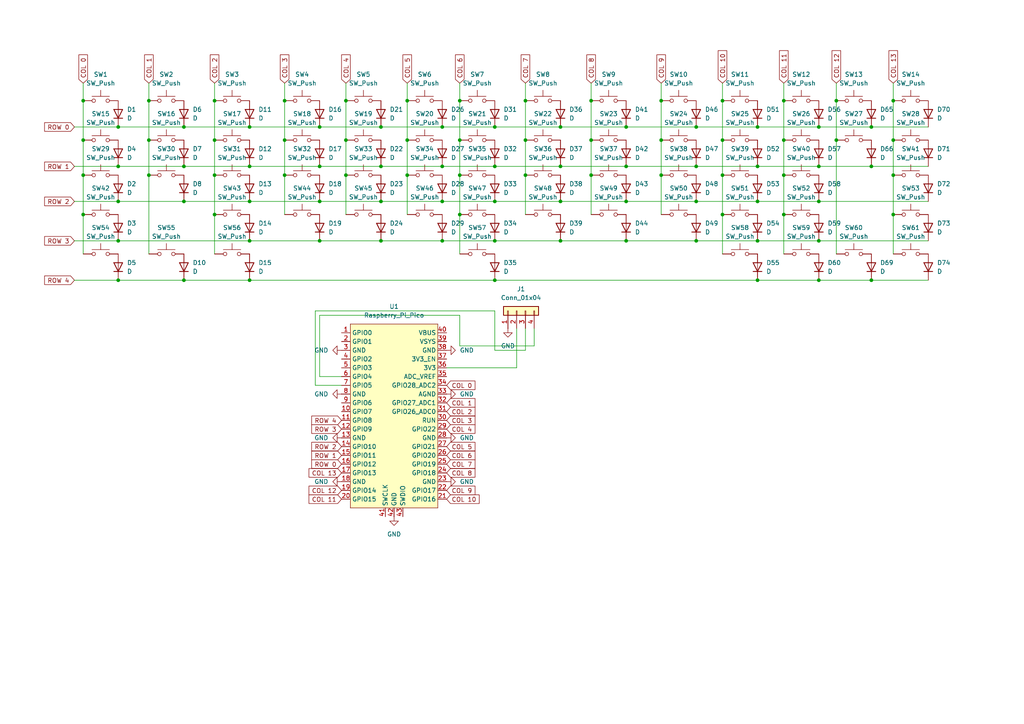
<source format=kicad_sch>
(kicad_sch (version 20250114) (generator "eeschema") (generator_version "9.0")
  (paper "A4")
  (junction (at 34.29 48.26))
  (junction (at 252.73 81.28))
  (junction (at 259.08 40.64))
  (junction (at 43.18 50.8))
  (junction (at 219.71 69.85))
  (junction (at 152.4 29.21))
  (junction (at 227.33 62.23))
  (junction (at 128.27 48.26))
  (junction (at 43.18 29.21))
  (junction (at 53.34 36.83))
  (junction (at 34.29 58.42))
  (junction (at 128.27 69.85))
  (junction (at 92.71 36.83))
  (junction (at 259.08 29.21))
  (junction (at 209.55 40.64))
  (junction (at 237.49 81.28))
  (junction (at 72.39 81.28))
  (junction (at 62.23 29.21))
  (junction (at 171.45 40.64))
  (junction (at 201.93 58.42))
  (junction (at 171.45 29.21))
  (junction (at 191.77 29.21))
  (junction (at 34.29 81.28))
  (junction (at 62.23 62.23))
  (junction (at 53.34 81.28))
  (junction (at 118.11 50.8))
  (junction (at 259.08 50.8))
  (junction (at 237.49 69.85))
  (junction (at 110.49 58.42))
  (junction (at 53.34 48.26))
  (junction (at 219.71 48.26))
  (junction (at 219.71 58.42))
  (junction (at 24.13 62.23))
  (junction (at 133.35 40.64))
  (junction (at 143.51 69.85))
  (junction (at 72.39 36.83))
  (junction (at 181.61 69.85))
  (junction (at 209.55 29.21))
  (junction (at 110.49 69.85))
  (junction (at 118.11 29.21))
  (junction (at 72.39 69.85))
  (junction (at 242.57 29.21))
  (junction (at 219.71 36.83))
  (junction (at 162.56 48.26))
  (junction (at 133.35 29.21))
  (junction (at 201.93 69.85))
  (junction (at 181.61 36.83))
  (junction (at 62.23 40.64))
  (junction (at 143.51 58.42))
  (junction (at 110.49 48.26))
  (junction (at 171.45 50.8))
  (junction (at 237.49 58.42))
  (junction (at 128.27 36.83))
  (junction (at 152.4 50.8))
  (junction (at 72.39 48.26))
  (junction (at 143.51 48.26))
  (junction (at 162.56 58.42))
  (junction (at 191.77 40.64))
  (junction (at 133.35 62.23))
  (junction (at 128.27 58.42))
  (junction (at 209.55 62.23))
  (junction (at 201.93 36.83))
  (junction (at 100.33 29.21))
  (junction (at 110.49 36.83))
  (junction (at 181.61 58.42))
  (junction (at 24.13 40.64))
  (junction (at 209.55 50.8))
  (junction (at 191.77 50.8))
  (junction (at 82.55 50.8))
  (junction (at 43.18 40.64))
  (junction (at 162.56 69.85))
  (junction (at 118.11 40.64))
  (junction (at 100.33 50.8))
  (junction (at 133.35 50.8))
  (junction (at 227.33 50.8))
  (junction (at 34.29 36.83))
  (junction (at 237.49 36.83))
  (junction (at 181.61 48.26))
  (junction (at 82.55 29.21))
  (junction (at 92.71 69.85))
  (junction (at 252.73 48.26))
  (junction (at 72.39 58.42))
  (junction (at 34.29 69.85))
  (junction (at 92.71 48.26))
  (junction (at 24.13 29.21))
  (junction (at 62.23 50.8))
  (junction (at 162.56 36.83))
  (junction (at 252.73 36.83))
  (junction (at 152.4 40.64))
  (junction (at 100.33 40.64))
  (junction (at 259.08 62.23))
  (junction (at 242.57 40.64))
  (junction (at 143.51 36.83))
  (junction (at 237.49 48.26))
  (junction (at 227.33 29.21))
  (junction (at 53.34 58.42))
  (junction (at 143.51 81.28))
  (junction (at 201.93 48.26))
  (junction (at 92.71 58.42))
  (junction (at 219.71 81.28))
  (junction (at 82.55 40.64))
  (junction (at 227.33 40.64))
  (junction (at 24.13 50.8))
  (wire (pts (xy 162.56 48.26) (xy 181.61 48.26)))
  (wire (pts (xy 92.71 58.42) (xy 110.49 58.42)))
  (wire (pts (xy 209.55 29.21) (xy 209.55 40.64)))
  (wire (pts (xy 227.33 40.64) (xy 227.33 50.8)))
  (wire (pts (xy 227.33 24.13) (xy 227.33 29.21)))
  (wire (pts (xy 237.49 36.83) (xy 252.73 36.83)))
  (wire (pts (xy 252.73 36.83) (xy 269.24 36.83)))
  (wire (pts (xy 133.35 50.8) (xy 133.35 62.23)))
  (wire (pts (xy 128.27 69.85) (xy 143.51 69.85)))
  (wire (pts (xy 242.57 24.13) (xy 242.57 29.21)))
  (wire (pts (xy 82.55 24.13) (xy 82.55 29.21)))
  (wire (pts (xy 62.23 24.13) (xy 62.23 29.21)))
  (wire (pts (xy 209.55 50.8) (xy 209.55 62.23)))
  (wire (pts (xy 100.33 29.21) (xy 100.33 40.64)))
  (wire (pts (xy 92.71 36.83) (xy 110.49 36.83)))
  (wire (pts (xy 92.71 91.44) (xy 92.71 109.22)))
  (wire (pts (xy 259.08 50.8) (xy 259.08 62.23)))
  (wire (pts (xy 237.49 48.26) (xy 252.73 48.26)))
  (wire (pts (xy 34.29 48.26) (xy 53.34 48.26)))
  (wire (pts (xy 34.29 36.83) (xy 53.34 36.83)))
  (wire (pts (xy 24.13 29.21) (xy 24.13 40.64)))
  (wire (pts (xy 201.93 48.26) (xy 219.71 48.26)))
  (wire (pts (xy 171.45 24.13) (xy 171.45 29.21)))
  (wire (pts (xy 201.93 36.83) (xy 219.71 36.83)))
  (wire (pts (xy 62.23 40.64) (xy 62.23 50.8)))
  (wire (pts (xy 149.86 95.25) (xy 149.86 106.68)))
  (wire (pts (xy 227.33 29.21) (xy 227.33 40.64)))
  (wire (pts (xy 118.11 40.64) (xy 118.11 50.8)))
  (wire (pts (xy 237.49 58.42) (xy 269.24 58.42)))
  (wire (pts (xy 191.77 29.21) (xy 191.77 40.64)))
  (wire (pts (xy 43.18 50.8) (xy 43.18 73.66)))
  (wire (pts (xy 21.59 58.42) (xy 34.29 58.42)))
  (wire (pts (xy 92.71 69.85) (xy 110.49 69.85)))
  (wire (pts (xy 181.61 69.85) (xy 201.93 69.85)))
  (wire (pts (xy 110.49 36.83) (xy 128.27 36.83)))
  (wire (pts (xy 181.61 58.42) (xy 201.93 58.42)))
  (wire (pts (xy 191.77 50.8) (xy 191.77 62.23)))
  (wire (pts (xy 181.61 36.83) (xy 201.93 36.83)))
  (wire (pts (xy 72.39 36.83) (xy 92.71 36.83)))
  (wire (pts (xy 133.35 24.13) (xy 133.35 29.21)))
  (wire (pts (xy 162.56 69.85) (xy 181.61 69.85)))
  (wire (pts (xy 118.11 29.21) (xy 118.11 40.64)))
  (wire (pts (xy 143.51 36.83) (xy 162.56 36.83)))
  (wire (pts (xy 191.77 24.13) (xy 191.77 29.21)))
  (wire (pts (xy 259.08 24.13) (xy 259.08 29.21)))
  (wire (pts (xy 24.13 50.8) (xy 24.13 62.23)))
  (wire (pts (xy 21.59 36.83) (xy 34.29 36.83)))
  (wire (pts (xy 133.35 62.23) (xy 133.35 73.66)))
  (wire (pts (xy 154.94 95.25) (xy 154.94 100.33)))
  (wire (pts (xy 152.4 29.21) (xy 152.4 40.64)))
  (wire (pts (xy 242.57 29.21) (xy 242.57 40.64)))
  (wire (pts (xy 209.55 62.23) (xy 209.55 73.66)))
  (wire (pts (xy 252.73 48.26) (xy 269.24 48.26)))
  (wire (pts (xy 72.39 81.28) (xy 143.51 81.28)))
  (wire (pts (xy 53.34 81.28) (xy 72.39 81.28)))
  (wire (pts (xy 43.18 40.64) (xy 43.18 50.8)))
  (wire (pts (xy 62.23 50.8) (xy 62.23 62.23)))
  (wire (pts (xy 82.55 50.8) (xy 82.55 62.23)))
  (wire (pts (xy 72.39 58.42) (xy 92.71 58.42)))
  (wire (pts (xy 219.71 58.42) (xy 237.49 58.42)))
  (wire (pts (xy 227.33 62.23) (xy 227.33 73.66)))
  (wire (pts (xy 72.39 48.26) (xy 92.71 48.26)))
  (wire (pts (xy 82.55 29.21) (xy 82.55 40.64)))
  (wire (pts (xy 53.34 36.83) (xy 72.39 36.83)))
  (wire (pts (xy 34.29 81.28) (xy 53.34 81.28)))
  (wire (pts (xy 62.23 62.23) (xy 62.23 73.66)))
  (wire (pts (xy 219.71 36.83) (xy 237.49 36.83)))
  (wire (pts (xy 92.71 48.26) (xy 110.49 48.26)))
  (wire (pts (xy 219.71 69.85) (xy 237.49 69.85)))
  (wire (pts (xy 110.49 58.42) (xy 128.27 58.42)))
  (wire (pts (xy 21.59 81.28) (xy 34.29 81.28)))
  (wire (pts (xy 171.45 29.21) (xy 171.45 40.64)))
  (wire (pts (xy 143.51 48.26) (xy 162.56 48.26)))
  (wire (pts (xy 128.27 48.26) (xy 143.51 48.26)))
  (wire (pts (xy 110.49 69.85) (xy 128.27 69.85)))
  (wire (pts (xy 118.11 24.13) (xy 118.11 29.21)))
  (wire (pts (xy 43.18 29.21) (xy 43.18 40.64)))
  (wire (pts (xy 237.49 69.85) (xy 269.24 69.85)))
  (wire (pts (xy 128.27 36.83) (xy 143.51 36.83)))
  (wire (pts (xy 219.71 48.26) (xy 237.49 48.26)))
  (wire (pts (xy 21.59 48.26) (xy 34.29 48.26)))
  (wire (pts (xy 133.35 100.33) (xy 133.35 91.44)))
  (wire (pts (xy 143.51 101.6) (xy 152.4 101.6)))
  (wire (pts (xy 110.49 48.26) (xy 128.27 48.26)))
  (wire (pts (xy 143.51 81.28) (xy 219.71 81.28)))
  (wire (pts (xy 34.29 69.85) (xy 72.39 69.85)))
  (wire (pts (xy 72.39 69.85) (xy 92.71 69.85)))
  (wire (pts (xy 259.08 62.23) (xy 259.08 73.66)))
  (wire (pts (xy 259.08 40.64) (xy 259.08 50.8)))
  (wire (pts (xy 259.08 29.21) (xy 259.08 40.64)))
  (wire (pts (xy 237.49 81.28) (xy 252.73 81.28)))
  (wire (pts (xy 181.61 48.26) (xy 201.93 48.26)))
  (wire (pts (xy 152.4 40.64) (xy 152.4 50.8)))
  (wire (pts (xy 252.73 81.28) (xy 269.24 81.28)))
  (wire (pts (xy 191.77 40.64) (xy 191.77 50.8)))
  (wire (pts (xy 128.27 58.42) (xy 143.51 58.42)))
  (wire (pts (xy 143.51 58.42) (xy 162.56 58.42)))
  (wire (pts (xy 154.94 100.33) (xy 133.35 100.33)))
  (wire (pts (xy 242.57 40.64) (xy 242.57 73.66)))
  (wire (pts (xy 62.23 29.21) (xy 62.23 40.64)))
  (wire (pts (xy 171.45 40.64) (xy 171.45 50.8)))
  (wire (pts (xy 171.45 50.8) (xy 171.45 62.23)))
  (wire (pts (xy 209.55 24.13) (xy 209.55 29.21)))
  (wire (pts (xy 100.33 40.64) (xy 100.33 50.8)))
  (wire (pts (xy 100.33 50.8) (xy 100.33 62.23)))
  (wire (pts (xy 21.59 69.85) (xy 34.29 69.85)))
  (wire (pts (xy 24.13 24.13) (xy 24.13 29.21)))
  (wire (pts (xy 82.55 40.64) (xy 82.55 50.8)))
  (wire (pts (xy 34.29 58.42) (xy 53.34 58.42)))
  (wire (pts (xy 162.56 36.83) (xy 181.61 36.83)))
  (wire (pts (xy 53.34 58.42) (xy 72.39 58.42)))
  (wire (pts (xy 24.13 40.64) (xy 24.13 50.8)))
  (wire (pts (xy 91.44 90.17) (xy 143.51 90.17)))
  (wire (pts (xy 53.34 48.26) (xy 72.39 48.26)))
  (wire (pts (xy 162.56 58.42) (xy 181.61 58.42)))
  (wire (pts (xy 91.44 111.76) (xy 91.44 90.17)))
  (wire (pts (xy 209.55 40.64) (xy 209.55 50.8)))
  (wire (pts (xy 43.18 24.13) (xy 43.18 29.21)))
  (wire (pts (xy 152.4 101.6) (xy 152.4 95.25)))
  (wire (pts (xy 143.51 69.85) (xy 162.56 69.85)))
  (wire (pts (xy 143.51 90.17) (xy 143.51 101.6)))
  (wire (pts (xy 152.4 50.8) (xy 152.4 62.23)))
  (wire (pts (xy 152.4 24.13) (xy 152.4 29.21)))
  (wire (pts (xy 133.35 91.44) (xy 92.71 91.44)))
  (wire (pts (xy 133.35 40.64) (xy 133.35 50.8)))
  (wire (pts (xy 133.35 29.21) (xy 133.35 40.64)))
  (wire (pts (xy 99.06 111.76) (xy 91.44 111.76)))
  (wire (pts (xy 24.13 62.23) (xy 24.13 73.66)))
  (wire (pts (xy 201.93 58.42) (xy 219.71 58.42)))
  (wire (pts (xy 118.11 50.8) (xy 118.11 62.23)))
  (wire (pts (xy 227.33 50.8) (xy 227.33 62.23)))
  (wire (pts (xy 92.71 109.22) (xy 99.06 109.22)))
  (wire (pts (xy 201.93 69.85) (xy 219.71 69.85)))
  (wire (pts (xy 149.86 106.68) (xy 129.54 106.68)))
  (wire (pts (xy 100.33 24.13) (xy 100.33 29.21)))
  (wire (pts (xy 219.71 81.28) (xy 237.49 81.28)))
  (global_label "COL 7" (shape input) (at 152.4 24.13 90) (property "Intersheetrefs" "${INTERSHEET_REFS}" (effects (hide yes))))
  (global_label "ROW 1" (shape input) (at 21.59 48.26 180) (property "Intersheetrefs" "${INTERSHEET_REFS}" (effects (hide yes))))
  (global_label "COL 9" (shape input) (at 129.54 142.24 0) (property "Intersheetrefs" "${INTERSHEET_REFS}" (effects (hide yes))))
  (global_label "COL 4" (shape input) (at 129.54 124.46 0) (property "Intersheetrefs" "${INTERSHEET_REFS}" (effects (hide yes))))
  (global_label "COL 13" (shape input) (at 99.06 137.16 180) (property "Intersheetrefs" "${INTERSHEET_REFS}" (effects (hide yes))))
  (global_label "ROW 4" (shape input) (at 21.59 81.28 180) (property "Intersheetrefs" "${INTERSHEET_REFS}" (effects (hide yes))))
  (global_label "ROW 4" (shape input) (at 99.06 121.92 180) (property "Intersheetrefs" "${INTERSHEET_REFS}" (effects (hide yes))))
  (global_label "COL 3" (shape input) (at 129.54 121.92 0) (property "Intersheetrefs" "${INTERSHEET_REFS}" (effects (hide yes))))
  (global_label "COL 2" (shape input) (at 129.54 119.38 0) (property "Intersheetrefs" "${INTERSHEET_REFS}" (effects (hide yes))))
  (global_label "COL 0" (shape input) (at 24.13 24.13 90) (property "Intersheetrefs" "${INTERSHEET_REFS}" (effects (hide yes))))
  (global_label "COL 10" (shape input) (at 209.55 24.13 90) (property "Intersheetrefs" "${INTERSHEET_REFS}" (effects (hide yes))))
  (global_label "COL 13" (shape input) (at 259.08 24.13 90) (property "Intersheetrefs" "${INTERSHEET_REFS}" (effects (hide yes))))
  (global_label "COL 11" (shape input) (at 99.06 144.78 180) (property "Intersheetrefs" "${INTERSHEET_REFS}" (effects (hide yes))))
  (global_label "COL 11" (shape input) (at 227.33 24.13 90) (property "Intersheetrefs" "${INTERSHEET_REFS}" (effects (hide yes))))
  (global_label "COL 1" (shape input) (at 43.18 24.13 90) (property "Intersheetrefs" "${INTERSHEET_REFS}" (effects (hide yes))))
  (global_label "COL 12" (shape input) (at 242.57 24.13 90) (property "Intersheetrefs" "${INTERSHEET_REFS}" (effects (hide yes))))
  (global_label "COL 6" (shape input) (at 129.54 132.08 0) (property "Intersheetrefs" "${INTERSHEET_REFS}" (effects (hide yes))))
  (global_label "COL 9" (shape input) (at 191.77 24.13 90) (property "Intersheetrefs" "${INTERSHEET_REFS}" (effects (hide yes))))
  (global_label "COL 12" (shape input) (at 99.06 142.24 180) (property "Intersheetrefs" "${INTERSHEET_REFS}" (effects (hide yes))))
  (global_label "COL 7" (shape input) (at 129.54 134.62 0) (property "Intersheetrefs" "${INTERSHEET_REFS}" (effects (hide yes))))
  (global_label "ROW 1" (shape input) (at 99.06 132.08 180) (property "Intersheetrefs" "${INTERSHEET_REFS}" (effects (hide yes))))
  (global_label "COL 5" (shape input) (at 129.54 129.54 0) (property "Intersheetrefs" "${INTERSHEET_REFS}" (effects (hide yes))))
  (global_label "COL 2" (shape input) (at 62.23 24.13 90) (property "Intersheetrefs" "${INTERSHEET_REFS}" (effects (hide yes))))
  (global_label "COL 5" (shape input) (at 118.11 24.13 90) (property "Intersheetrefs" "${INTERSHEET_REFS}" (effects (hide yes))))
  (global_label "ROW 2" (shape input) (at 21.59 58.42 180) (property "Intersheetrefs" "${INTERSHEET_REFS}" (effects (hide yes))))
  (global_label "COL 3" (shape input) (at 82.55 24.13 90) (property "Intersheetrefs" "${INTERSHEET_REFS}" (effects (hide yes))))
  (global_label "ROW 0" (shape input) (at 99.06 134.62 180) (property "Intersheetrefs" "${INTERSHEET_REFS}" (effects (hide yes))))
  (global_label "COL 10" (shape input) (at 129.54 144.78 0) (property "Intersheetrefs" "${INTERSHEET_REFS}" (effects (hide yes))))
  (global_label "COL 8" (shape input) (at 171.45 24.13 90) (property "Intersheetrefs" "${INTERSHEET_REFS}" (effects (hide yes))))
  (global_label "ROW 3" (shape input) (at 21.59 69.85 180) (property "Intersheetrefs" "${INTERSHEET_REFS}" (effects (hide yes))))
  (global_label "COL 0" (shape input) (at 129.54 111.76 0) (property "Intersheetrefs" "${INTERSHEET_REFS}" (effects (hide yes))))
  (global_label "COL 6" (shape input) (at 133.35 24.13 90) (property "Intersheetrefs" "${INTERSHEET_REFS}" (effects (hide yes))))
  (global_label "COL 4" (shape input) (at 100.33 24.13 90) (property "Intersheetrefs" "${INTERSHEET_REFS}" (effects (hide yes))))
  (global_label "COL 1" (shape input) (at 129.54 116.84 0) (property "Intersheetrefs" "${INTERSHEET_REFS}" (effects (hide yes))))
  (global_label "ROW 2" (shape input) (at 99.06 129.54 180) (property "Intersheetrefs" "${INTERSHEET_REFS}" (effects (hide yes))))
  (global_label "ROW 3" (shape input) (at 99.06 124.46 180) (property "Intersheetrefs" "${INTERSHEET_REFS}" (effects (hide yes))))
  (global_label "COL 8" (shape input) (at 129.54 137.16 0) (property "Intersheetrefs" "${INTERSHEET_REFS}" (effects (hide yes))))
  (global_label "ROW 0" (shape input) (at 21.59 36.83 180) (property "Intersheetrefs" "${INTERSHEET_REFS}" (effects (hide yes))))
  (symbol (lib_id "Device:D") (at 269.24 54.61 90) (unit 1)
    (property "Reference" "D72" (at 271.78 53.3399 90) (effects (justify right)))
    (property "Value" "D" (at 271.78 55.8799 90) (effects (justify right)))
    (property "Footprint" "ScottoKeebs_Components:Diode_DO-35" (effects (hide yes)))
    (property "Description" "Diode" (effects (hide yes)))
    (property "Sim.Device" "D" (effects (hide yes)))
    (property "Sim.Pins" "1=K 2=A" (effects (hide yes)))
  )
  (symbol (lib_id "Switch:SW_Push") (at 123.19 62.23 0) (unit 1)
    (property "Reference" "SW46" (at 123.19 54.61 0))
    (property "Value" "SW_Push" (at 123.19 57.15 0))
    (property "Footprint" "ScottoKeebs_Scotto:MX_Solder_1.00u" (effects (hide yes)))
    (property "Description" "Push button switch, generic, two pins" (effects (hide yes)))
  )
  (symbol (lib_id "Switch:SW_Push") (at 176.53 40.64 0) (unit 1)
    (property "Reference" "SW23" (at 176.53 33.02 0))
    (property "Value" "SW_Push" (at 176.53 35.56 0))
    (property "Footprint" "ScottoKeebs_Scotto:MX_Solder_1.00u" (effects (hide yes)))
    (property "Description" "Push button switch, generic, two pins" (effects (hide yes)))
  )
  (symbol (lib_id "Switch:SW_Push") (at 67.31 73.66 0) (unit 1)
    (property "Reference" "SW56" (at 67.31 66.04 0))
    (property "Value" "SW_Push" (at 67.31 68.58 0))
    (property "Footprint" "ScottoKeebs_Scotto:MX_Solder_1.00u" (effects (hide yes)))
    (property "Description" "Push button switch, generic, two pins" (effects (hide yes)))
  )
  (symbol (lib_id "power:GND") (at 129.54 101.6 90) (unit 1)
    (property "Reference" "#PWR08" (effects (hide yes)))
    (property "Value" "GND" (at 133.35 101.5999 90) (effects (justify right)))
    (property "Description" "Power symbol creates a global label with name \"GND\" , ground" (effects (hide yes)))
  )
  (symbol (lib_id "Switch:SW_Push") (at 264.16 29.21 0) (unit 1)
    (property "Reference" "SW14" (at 264.16 21.59 0))
    (property "Value" "SW_Push" (at 264.16 24.13 0))
    (property "Footprint" "ScottoKeebs_Scotto:MX_Solder_1.00u" (effects (hide yes)))
    (property "Description" "Push button switch, generic, two pins" (effects (hide yes)))
  )
  (symbol (lib_id "Device:D") (at 34.29 77.47 90) (unit 1)
    (property "Reference" "D5" (at 36.83 76.1999 90) (effects (justify right)))
    (property "Value" "D" (at 36.83 78.7399 90) (effects (justify right)))
    (property "Footprint" "ScottoKeebs_Components:Diode_DO-35" (effects (hide yes)))
    (property "Description" "Diode" (effects (hide yes)))
    (property "Sim.Device" "D" (effects (hide yes)))
    (property "Sim.Pins" "1=K 2=A" (effects (hide yes)))
  )
  (symbol (lib_id "power:GND") (at 129.54 139.7 90) (unit 1)
    (property "Reference" "#PWR06" (effects (hide yes)))
    (property "Value" "GND" (at 133.35 139.6999 90) (effects (justify right)))
    (property "Description" "Power symbol creates a global label with name \"GND\" , ground" (effects (hide yes)))
  )
  (symbol (lib_id "Switch:SW_Push") (at 138.43 50.8 0) (unit 1)
    (property "Reference" "SW35" (at 138.43 43.18 0))
    (property "Value" "SW_Push" (at 138.43 45.72 0))
    (property "Footprint" "ScottoKeebs_Scotto:MX_Solder_1.00u" (effects (hide yes)))
    (property "Description" "Push button switch, generic, two pins" (effects (hide yes)))
  )
  (symbol (lib_id "Switch:SW_Push") (at 157.48 62.23 0) (unit 1)
    (property "Reference" "SW48" (at 157.48 54.61 0))
    (property "Value" "SW_Push" (at 157.48 57.15 0))
    (property "Footprint" "ScottoKeebs_Scotto:MX_Solder_1.00u" (effects (hide yes)))
    (property "Description" "Push button switch, generic, two pins" (effects (hide yes)))
  )
  (symbol (lib_id "Device:D") (at 269.24 66.04 90) (unit 1)
    (property "Reference" "D73" (at 271.78 64.7699 90) (effects (justify right)))
    (property "Value" "D" (at 271.78 67.3099 90) (effects (justify right)))
    (property "Footprint" "ScottoKeebs_Components:Diode_DO-35" (effects (hide yes)))
    (property "Description" "Diode" (effects (hide yes)))
    (property "Sim.Device" "D" (effects (hide yes)))
    (property "Sim.Pins" "1=K 2=A" (effects (hide yes)))
  )
  (symbol (lib_id "Device:D") (at 219.71 77.47 90) (unit 1)
    (property "Reference" "D55" (at 222.25 76.1999 90) (effects (justify right)))
    (property "Value" "D" (at 222.25 78.7399 90) (effects (justify right)))
    (property "Footprint" "ScottoKeebs_Components:Diode_DO-35" (effects (hide yes)))
    (property "Description" "Diode" (effects (hide yes)))
    (property "Sim.Device" "D" (effects (hide yes)))
    (property "Sim.Pins" "1=K 2=A" (effects (hide yes)))
  )
  (symbol (lib_id "Switch:SW_Push") (at 264.16 73.66 0) (unit 1)
    (property "Reference" "SW61" (at 264.16 66.04 0))
    (property "Value" "SW_Push" (at 264.16 68.58 0))
    (property "Footprint" "ScottoKeebs_Scotto:MX_Solder_1.00u" (effects (hide yes)))
    (property "Description" "Push button switch, generic, two pins" (effects (hide yes)))
  )
  (symbol (lib_id "Switch:SW_Push") (at 138.43 29.21 0) (unit 1)
    (property "Reference" "SW7" (at 138.43 21.59 0))
    (property "Value" "SW_Push" (at 138.43 24.13 0))
    (property "Footprint" "ScottoKeebs_Scotto:MX_Solder_1.00u" (effects (hide yes)))
    (property "Description" "Push button switch, generic, two pins" (effects (hide yes)))
  )
  (symbol (lib_id "Device:D") (at 53.34 54.61 90) (unit 1)
    (property "Reference" "D8" (at 55.88 53.3399 90) (effects (justify right)))
    (property "Value" "D" (at 55.88 55.8799 90) (effects (justify right)))
    (property "Footprint" "ScottoKeebs_Components:Diode_DO-35" (effects (hide yes)))
    (property "Description" "Diode" (effects (hide yes)))
    (property "Sim.Device" "D" (effects (hide yes)))
    (property "Sim.Pins" "1=K 2=A" (effects (hide yes)))
  )
  (symbol (lib_id "Switch:SW_Push") (at 29.21 73.66 0) (unit 1)
    (property "Reference" "SW54" (at 29.21 66.04 0))
    (property "Value" "SW_Push" (at 29.21 68.58 0))
    (property "Footprint" "ScottoKeebs_Scotto:MX_Solder_1.00u" (effects (hide yes)))
    (property "Description" "Push button switch, generic, two pins" (effects (hide yes)))
  )
  (symbol (lib_id "Device:D") (at 53.34 33.02 90) (unit 1)
    (property "Reference" "D6" (at 55.88 31.7499 90) (effects (justify right)))
    (property "Value" "D" (at 55.88 34.2899 90) (effects (justify right)))
    (property "Footprint" "ScottoKeebs_Components:Diode_DO-35" (effects (hide yes)))
    (property "Description" "Diode" (effects (hide yes)))
    (property "Sim.Device" "D" (effects (hide yes)))
    (property "Sim.Pins" "1=K 2=A" (effects (hide yes)))
  )
  (symbol (lib_id "Switch:SW_Push") (at 123.19 29.21 0) (unit 1)
    (property "Reference" "SW6" (at 123.19 21.59 0))
    (property "Value" "SW_Push" (at 123.19 24.13 0))
    (property "Footprint" "ScottoKeebs_Scotto:MX_Solder_1.00u" (effects (hide yes)))
    (property "Description" "Push button switch, generic, two pins" (effects (hide yes)))
  )
  (symbol (lib_id "Device:D") (at 201.93 54.61 90) (unit 1)
    (property "Reference" "D48" (at 204.47 53.3399 90) (effects (justify right)))
    (property "Value" "D" (at 204.47 55.8799 90) (effects (justify right)))
    (property "Footprint" "ScottoKeebs_Components:Diode_DO-35" (effects (hide yes)))
    (property "Description" "Diode" (effects (hide yes)))
    (property "Sim.Device" "D" (effects (hide yes)))
    (property "Sim.Pins" "1=K 2=A" (effects (hide yes)))
  )
  (symbol (lib_id "Switch:SW_Push") (at 123.19 40.64 0) (unit 1)
    (property "Reference" "SW20" (at 123.19 33.02 0))
    (property "Value" "SW_Push" (at 123.19 35.56 0))
    (property "Footprint" "ScottoKeebs_Scotto:MX_Solder_1.00u" (effects (hide yes)))
    (property "Description" "Push button switch, generic, two pins" (effects (hide yes)))
  )
  (symbol (lib_id "Switch:SW_Push") (at 29.21 50.8 0) (unit 1)
    (property "Reference" "SW29" (at 29.21 43.18 0))
    (property "Value" "SW_Push" (at 29.21 45.72 0))
    (property "Footprint" "ScottoKeebs_Scotto:MX_Solder_1.00u" (effects (hide yes)))
    (property "Description" "Push button switch, generic, two pins" (effects (hide yes)))
  )
  (symbol (lib_id "Device:D") (at 143.51 54.61 90) (unit 1)
    (property "Reference" "D33" (at 146.05 53.3399 90) (effects (justify right)))
    (property "Value" "D" (at 146.05 55.8799 90) (effects (justify right)))
    (property "Footprint" "ScottoKeebs_Components:Diode_DO-35" (effects (hide yes)))
    (property "Description" "Diode" (effects (hide yes)))
    (property "Sim.Device" "D" (effects (hide yes)))
    (property "Sim.Pins" "1=K 2=A" (effects (hide yes)))
  )
  (symbol (lib_id "Device:D") (at 269.24 33.02 90) (unit 1)
    (property "Reference" "D70" (at 271.78 31.7499 90) (effects (justify right)))
    (property "Value" "D" (at 271.78 34.2899 90) (effects (justify right)))
    (property "Footprint" "ScottoKeebs_Components:Diode_DO-35" (effects (hide yes)))
    (property "Description" "Diode" (effects (hide yes)))
    (property "Sim.Device" "D" (effects (hide yes)))
    (property "Sim.Pins" "1=K 2=A" (effects (hide yes)))
  )
  (symbol (lib_id "Device:D") (at 128.27 54.61 90) (unit 1)
    (property "Reference" "D28" (at 130.81 53.3399 90) (effects (justify right)))
    (property "Value" "D" (at 130.81 55.8799 90) (effects (justify right)))
    (property "Footprint" "ScottoKeebs_Components:Diode_DO-35" (effects (hide yes)))
    (property "Description" "Diode" (effects (hide yes)))
    (property "Sim.Device" "D" (effects (hide yes)))
    (property "Sim.Pins" "1=K 2=A" (effects (hide yes)))
  )
  (symbol (lib_id "Switch:SW_Push") (at 232.41 73.66 0) (unit 1)
    (property "Reference" "SW59" (at 232.41 66.04 0))
    (property "Value" "SW_Push" (at 232.41 68.58 0))
    (property "Footprint" "ScottoKeebs_Scotto:MX_Solder_1.00u" (effects (hide yes)))
    (property "Description" "Push button switch, generic, two pins" (effects (hide yes)))
  )
  (symbol (lib_id "Device:D") (at 181.61 44.45 90) (unit 1)
    (property "Reference" "D42" (at 184.15 43.1799 90) (effects (justify right)))
    (property "Value" "D" (at 184.15 45.7199 90) (effects (justify right)))
    (property "Footprint" "ScottoKeebs_Components:Diode_DO-35" (effects (hide yes)))
    (property "Description" "Diode" (effects (hide yes)))
    (property "Sim.Device" "D" (effects (hide yes)))
    (property "Sim.Pins" "1=K 2=A" (effects (hide yes)))
  )
  (symbol (lib_id "power:GND") (at 99.06 139.7 270) (unit 1)
    (property "Reference" "#PWR04" (effects (hide yes)))
    (property "Value" "GND" (at 95.25 139.6999 90) (effects (justify right)))
    (property "Description" "Power symbol creates a global label with name \"GND\" , ground" (effects (hide yes)))
  )
  (symbol (lib_id "Device:D") (at 34.29 44.45 90) (unit 1)
    (property "Reference" "D4" (at 36.83 43.1799 90) (effects (justify right)))
    (property "Value" "D" (at 36.83 45.7199 90) (effects (justify right)))
    (property "Footprint" "ScottoKeebs_Components:Diode_DO-35" (effects (hide yes)))
    (property "Description" "Diode" (effects (hide yes)))
    (property "Sim.Device" "D" (effects (hide yes)))
    (property "Sim.Pins" "1=K 2=A" (effects (hide yes)))
  )
  (symbol (lib_id "Device:D") (at 34.29 33.02 90) (unit 1)
    (property "Reference" "D1" (at 36.83 31.7499 90) (effects (justify right)))
    (property "Value" "D" (at 36.83 34.2899 90) (effects (justify right)))
    (property "Footprint" "ScottoKeebs_Components:Diode_DO-35" (effects (hide yes)))
    (property "Description" "Diode" (effects (hide yes)))
    (property "Sim.Device" "D" (effects (hide yes)))
    (property "Sim.Pins" "1=K 2=A" (effects (hide yes)))
  )
  (symbol (lib_id "Switch:SW_Push") (at 232.41 62.23 0) (unit 1)
    (property "Reference" "SW52" (at 232.41 54.61 0))
    (property "Value" "SW_Push" (at 232.41 57.15 0))
    (property "Footprint" "ScottoKeebs_Scotto:MX_Solder_1.00u" (effects (hide yes)))
    (property "Description" "Push button switch, generic, two pins" (effects (hide yes)))
  )
  (symbol (lib_id "Device:D") (at 53.34 44.45 90) (unit 1)
    (property "Reference" "D7" (at 55.88 43.1799 90) (effects (justify right)))
    (property "Value" "D" (at 55.88 45.7199 90) (effects (justify right)))
    (property "Footprint" "ScottoKeebs_Components:Diode_DO-35" (effects (hide yes)))
    (property "Description" "Diode" (effects (hide yes)))
    (property "Sim.Device" "D" (effects (hide yes)))
    (property "Sim.Pins" "1=K 2=A" (effects (hide yes)))
  )
  (symbol (lib_id "Device:D") (at 269.24 77.47 90) (unit 1)
    (property "Reference" "D74" (at 271.78 76.1999 90) (effects (justify right)))
    (property "Value" "D" (at 271.78 78.7399 90) (effects (justify right)))
    (property "Footprint" "ScottoKeebs_Components:Diode_DO-35" (effects (hide yes)))
    (property "Description" "Diode" (effects (hide yes)))
    (property "Sim.Device" "D" (effects (hide yes)))
    (property "Sim.Pins" "1=K 2=A" (effects (hide yes)))
  )
  (symbol (lib_id "Switch:SW_Push") (at 123.19 50.8 0) (unit 1)
    (property "Reference" "SW34" (at 123.19 43.18 0))
    (property "Value" "SW_Push" (at 123.19 45.72 0))
    (property "Footprint" "ScottoKeebs_Scotto:MX_Solder_1.00u" (effects (hide yes)))
    (property "Description" "Push button switch, generic, two pins" (effects (hide yes)))
  )
  (symbol (lib_id "Switch:SW_Push") (at 67.31 29.21 0) (unit 1)
    (property "Reference" "SW3" (at 67.31 21.59 0))
    (property "Value" "SW_Push" (at 67.31 24.13 0))
    (property "Footprint" "ScottoKeebs_Scotto:MX_Solder_1.00u" (effects (hide yes)))
    (property "Description" "Push button switch, generic, two pins" (effects (hide yes)))
  )
  (symbol (lib_id "Switch:SW_Push") (at 176.53 62.23 0) (unit 1)
    (property "Reference" "SW49" (at 176.53 54.61 0))
    (property "Value" "SW_Push" (at 176.53 57.15 0))
    (property "Footprint" "ScottoKeebs_Scotto:MX_Solder_1.00u" (effects (hide yes)))
    (property "Description" "Push button switch, generic, two pins" (effects (hide yes)))
  )
  (symbol (lib_id "Switch:SW_Push") (at 67.31 40.64 0) (unit 1)
    (property "Reference" "SW17" (at 67.31 33.02 0))
    (property "Value" "SW_Push" (at 67.31 35.56 0))
    (property "Footprint" "ScottoKeebs_Scotto:MX_Solder_1.00u" (effects (hide yes)))
    (property "Description" "Push button switch, generic, two pins" (effects (hide yes)))
  )
  (symbol (lib_id "Device:D") (at 237.49 33.02 90) (unit 1)
    (property "Reference" "D56" (at 240.03 31.7499 90) (effects (justify right)))
    (property "Value" "D" (at 240.03 34.2899 90) (effects (justify right)))
    (property "Footprint" "ScottoKeebs_Components:Diode_DO-35" (effects (hide yes)))
    (property "Description" "Diode" (effects (hide yes)))
    (property "Sim.Device" "D" (effects (hide yes)))
    (property "Sim.Pins" "1=K 2=A" (effects (hide yes)))
  )
  (symbol (lib_id "Switch:SW_Push") (at 214.63 29.21 0) (unit 1)
    (property "Reference" "SW11" (at 214.63 21.59 0))
    (property "Value" "SW_Push" (at 214.63 24.13 0))
    (property "Footprint" "ScottoKeebs_Scotto:MX_Solder_1.00u" (effects (hide yes)))
    (property "Description" "Push button switch, generic, two pins" (effects (hide yes)))
  )
  (symbol (lib_id "Switch:SW_Push") (at 105.41 50.8 0) (unit 1)
    (property "Reference" "SW33" (at 105.41 43.18 0))
    (property "Value" "SW_Push" (at 105.41 45.72 0))
    (property "Footprint" "ScottoKeebs_Scotto:MX_Solder_1.00u" (effects (hide yes)))
    (property "Description" "Push button switch, generic, two pins" (effects (hide yes)))
  )
  (symbol (lib_id "Switch:SW_Push") (at 264.16 62.23 0) (unit 1)
    (property "Reference" "SW53" (at 264.16 54.61 0))
    (property "Value" "SW_Push" (at 264.16 57.15 0))
    (property "Footprint" "ScottoKeebs_Scotto:MX_Solder_1.00u" (effects (hide yes)))
    (property "Description" "Push button switch, generic, two pins" (effects (hide yes)))
  )
  (symbol (lib_id "Switch:SW_Push") (at 196.85 62.23 0) (unit 1)
    (property "Reference" "SW50" (at 196.85 54.61 0))
    (property "Value" "SW_Push" (at 196.85 57.15 0))
    (property "Footprint" "ScottoKeebs_Scotto:MX_Solder_1.00u" (effects (hide yes)))
    (property "Description" "Push button switch, generic, two pins" (effects (hide yes)))
  )
  (symbol (lib_id "Device:D") (at 128.27 44.45 90) (unit 1)
    (property "Reference" "D27" (at 130.81 43.1799 90) (effects (justify right)))
    (property "Value" "D" (at 130.81 45.7199 90) (effects (justify right)))
    (property "Footprint" "ScottoKeebs_Components:Diode_DO-35" (effects (hide yes)))
    (property "Description" "Diode" (effects (hide yes)))
    (property "Sim.Device" "D" (effects (hide yes)))
    (property "Sim.Pins" "1=K 2=A" (effects (hide yes)))
  )
  (symbol (lib_id "Switch:SW_Push") (at 196.85 40.64 0) (unit 1)
    (property "Reference" "SW24" (at 196.85 33.02 0))
    (property "Value" "SW_Push" (at 196.85 35.56 0))
    (property "Footprint" "ScottoKeebs_Scotto:MX_Solder_1.00u" (effects (hide yes)))
    (property "Description" "Push button switch, generic, two pins" (effects (hide yes)))
  )
  (symbol (lib_id "Switch:SW_Push") (at 214.63 40.64 0) (unit 1)
    (property "Reference" "SW25" (at 214.63 33.02 0))
    (property "Value" "SW_Push" (at 214.63 35.56 0))
    (property "Footprint" "ScottoKeebs_Scotto:MX_Solder_1.00u" (effects (hide yes)))
    (property "Description" "Push button switch, generic, two pins" (effects (hide yes)))
  )
  (symbol (lib_id "power:GND") (at 147.32 95.25 0) (unit 1)
    (property "Reference" "#PWR010" (effects (hide yes)))
    (property "Value" "GND" (at 147.32 100.33 0))
    (property "Description" "Power symbol creates a global label with name \"GND\" , ground" (effects (hide yes)))
  )
  (symbol (lib_id "power:GND") (at 114.3 149.86 0) (unit 1)
    (property "Reference" "#PWR05" (effects (hide yes)))
    (property "Value" "GND" (at 114.3 154.94 0))
    (property "Description" "Power symbol creates a global label with name \"GND\" , ground" (effects (hide yes)))
  )
  (symbol (lib_id "Device:D") (at 237.49 66.04 90) (unit 1)
    (property "Reference" "D59" (at 240.03 64.7699 90) (effects (justify right)))
    (property "Value" "D" (at 240.03 67.3099 90) (effects (justify right)))
    (property "Footprint" "ScottoKeebs_Components:Diode_DO-35" (effects (hide yes)))
    (property "Description" "Diode" (effects (hide yes)))
    (property "Sim.Device" "D" (effects (hide yes)))
    (property "Sim.Pins" "1=K 2=A" (effects (hide yes)))
  )
  (symbol (lib_id "Device:D") (at 143.51 77.47 90) (unit 1)
    (property "Reference" "D35" (at 146.05 76.1999 90) (effects (justify right)))
    (property "Value" "D" (at 146.05 78.7399 90) (effects (justify right)))
    (property "Footprint" "ScottoKeebs_Components:Diode_DO-35" (effects (hide yes)))
    (property "Description" "Diode" (effects (hide yes)))
    (property "Sim.Device" "D" (effects (hide yes)))
    (property "Sim.Pins" "1=K 2=A" (effects (hide yes)))
  )
  (symbol (lib_id "Switch:SW_Push") (at 247.65 73.66 0) (unit 1)
    (property "Reference" "SW60" (at 247.65 66.04 0))
    (property "Value" "SW_Push" (at 247.65 68.58 0))
    (property "Footprint" "ScottoKeebs_Scotto:MX_Solder_1.00u" (effects (hide yes)))
    (property "Description" "Push button switch, generic, two pins" (effects (hide yes)))
  )
  (symbol (lib_id "Switch:SW_Push") (at 87.63 62.23 0) (unit 1)
    (property "Reference" "SW44" (at 87.63 54.61 0))
    (property "Value" "SW_Push" (at 87.63 57.15 0))
    (property "Footprint" "ScottoKeebs_Scotto:MX_Solder_1.00u" (effects (hide yes)))
    (property "Description" "Push button switch, generic, two pins" (effects (hide yes)))
  )
  (symbol (lib_id "Device:D") (at 219.71 54.61 90) (unit 1)
    (property "Reference" "D53" (at 222.25 53.3399 90) (effects (justify right)))
    (property "Value" "D" (at 222.25 55.8799 90) (effects (justify right)))
    (property "Footprint" "ScottoKeebs_Components:Diode_DO-35" (effects (hide yes)))
    (property "Description" "Diode" (effects (hide yes)))
    (property "Sim.Device" "D" (effects (hide yes)))
    (property "Sim.Pins" "1=K 2=A" (effects (hide yes)))
  )
  (symbol (lib_id "Switch:SW_Push") (at 67.31 62.23 0) (unit 1)
    (property "Reference" "SW43" (at 67.31 54.61 0))
    (property "Value" "SW_Push" (at 67.31 57.15 0))
    (property "Footprint" "ScottoKeebs_Scotto:MX_Solder_1.00u" (effects (hide yes)))
    (property "Description" "Push button switch, generic, two pins" (effects (hide yes)))
  )
  (symbol (lib_id "Switch:SW_Push") (at 29.21 40.64 0) (unit 1)
    (property "Reference" "SW15" (at 29.21 33.02 0))
    (property "Value" "SW_Push" (at 29.21 35.56 0))
    (property "Footprint" "ScottoKeebs_Scotto:MX_Solder_1.00u" (effects (hide yes)))
    (property "Description" "Push button switch, generic, two pins" (effects (hide yes)))
  )
  (symbol (lib_id "Switch:SW_Push") (at 87.63 50.8 0) (unit 1)
    (property "Reference" "SW32" (at 87.63 43.18 0))
    (property "Value" "SW_Push" (at 87.63 45.72 0))
    (property "Footprint" "ScottoKeebs_Scotto:MX_Solder_1.00u" (effects (hide yes)))
    (property "Description" "Push button switch, generic, two pins" (effects (hide yes)))
  )
  (symbol (lib_id "Switch:SW_Push") (at 67.31 50.8 0) (unit 1)
    (property "Reference" "SW31" (at 67.31 43.18 0))
    (property "Value" "SW_Push" (at 67.31 45.72 0))
    (property "Footprint" "ScottoKeebs_Scotto:MX_Solder_1.00u" (effects (hide yes)))
    (property "Description" "Push button switch, generic, two pins" (effects (hide yes)))
  )
  (symbol (lib_id "Device:D") (at 201.93 66.04 90) (unit 1)
    (property "Reference" "D49" (at 204.47 64.7699 90) (effects (justify right)))
    (property "Value" "D" (at 204.47 67.3099 90) (effects (justify right)))
    (property "Footprint" "ScottoKeebs_Components:Diode_DO-35" (effects (hide yes)))
    (property "Description" "Diode" (effects (hide yes)))
    (property "Sim.Device" "D" (effects (hide yes)))
    (property "Sim.Pins" "1=K 2=A" (effects (hide yes)))
  )
  (symbol (lib_id "Device:D") (at 92.71 33.02 90) (unit 1)
    (property "Reference" "D16" (at 95.25 31.7499 90) (effects (justify right)))
    (property "Value" "D" (at 95.25 34.2899 90) (effects (justify right)))
    (property "Footprint" "ScottoKeebs_Components:Diode_DO-35" (effects (hide yes)))
    (property "Description" "Diode" (effects (hide yes)))
    (property "Sim.Device" "D" (effects (hide yes)))
    (property "Sim.Pins" "1=K 2=A" (effects (hide yes)))
  )
  (symbol (lib_id "Device:D") (at 237.49 44.45 90) (unit 1)
    (property "Reference" "D57" (at 240.03 43.1799 90) (effects (justify right)))
    (property "Value" "D" (at 240.03 45.7199 90) (effects (justify right)))
    (property "Footprint" "ScottoKeebs_Components:Diode_DO-35" (effects (hide yes)))
    (property "Description" "Diode" (effects (hide yes)))
    (property "Sim.Device" "D" (effects (hide yes)))
    (property "Sim.Pins" "1=K 2=A" (effects (hide yes)))
  )
  (symbol (lib_id "Device:D") (at 162.56 54.61 90) (unit 1)
    (property "Reference" "D38" (at 165.1 53.3399 90) (effects (justify right)))
    (property "Value" "D" (at 165.1 55.8799 90) (effects (justify right)))
    (property "Footprint" "ScottoKeebs_Components:Diode_DO-35" (effects (hide yes)))
    (property "Description" "Diode" (effects (hide yes)))
    (property "Sim.Device" "D" (effects (hide yes)))
    (property "Sim.Pins" "1=K 2=A" (effects (hide yes)))
  )
  (symbol (lib_id "Device:D") (at 219.71 44.45 90) (unit 1)
    (property "Reference" "D52" (at 222.25 43.1799 90) (effects (justify right)))
    (property "Value" "D" (at 222.25 45.7199 90) (effects (justify right)))
    (property "Footprint" "ScottoKeebs_Components:Diode_DO-35" (effects (hide yes)))
    (property "Description" "Diode" (effects (hide yes)))
    (property "Sim.Device" "D" (effects (hide yes)))
    (property "Sim.Pins" "1=K 2=A" (effects (hide yes)))
  )
  (symbol (lib_id "Switch:SW_Push") (at 176.53 50.8 0) (unit 1)
    (property "Reference" "SW37" (at 176.53 43.18 0))
    (property "Value" "SW_Push" (at 176.53 45.72 0))
    (property "Footprint" "ScottoKeebs_Scotto:MX_Solder_1.00u" (effects (hide yes)))
    (property "Description" "Push button switch, generic, two pins" (effects (hide yes)))
  )
  (symbol (lib_id "Switch:SW_Push") (at 232.41 50.8 0) (unit 1)
    (property "Reference" "SW40" (at 232.41 43.18 0))
    (property "Value" "SW_Push" (at 232.41 45.72 0))
    (property "Footprint" "ScottoKeebs_Scotto:MX_Solder_1.00u" (effects (hide yes)))
    (property "Description" "Push button switch, generic, two pins" (effects (hide yes)))
  )
  (symbol (lib_id "ScottoKeebs:MCU_Raspberry_Pi_Pico") (at 114.3 120.65 0) (unit 1)
    (property "Reference" "U1" (at 114.3 88.9 0))
    (property "Value" "Raspberry_Pi_Pico" (at 114.3 91.44 0))
    (property "Footprint" "ScottoKeebs_MCU:Raspberry_Pi_Pico" (effects (hide yes)))
  )
  (symbol (lib_id "Device:D") (at 201.93 44.45 90) (unit 1)
    (property "Reference" "D47" (at 204.47 43.1799 90) (effects (justify right)))
    (property "Value" "D" (at 204.47 45.7199 90) (effects (justify right)))
    (property "Footprint" "ScottoKeebs_Components:Diode_DO-35" (effects (hide yes)))
    (property "Description" "Diode" (effects (hide yes)))
    (property "Sim.Device" "D" (effects (hide yes)))
    (property "Sim.Pins" "1=K 2=A" (effects (hide yes)))
  )
  (symbol (lib_id "Device:D") (at 110.49 44.45 90) (unit 1)
    (property "Reference" "D22" (at 113.03 43.1799 90) (effects (justify right)))
    (property "Value" "D" (at 113.03 45.7199 90) (effects (justify right)))
    (property "Footprint" "ScottoKeebs_Components:Diode_DO-35" (effects (hide yes)))
    (property "Description" "Diode" (effects (hide yes)))
    (property "Sim.Device" "D" (effects (hide yes)))
    (property "Sim.Pins" "1=K 2=A" (effects (hide yes)))
  )
  (symbol (lib_id "power:GND") (at 99.06 101.6 270) (unit 1)
    (property "Reference" "#PWR01" (effects (hide yes)))
    (property "Value" "GND" (at 95.25 101.5999 90) (effects (justify right)))
    (property "Description" "Power symbol creates a global label with name \"GND\" , ground" (effects (hide yes)))
  )
  (symbol (lib_id "Connector_Generic:Conn_01x04") (at 149.86 90.17 90) (unit 1)
    (property "Reference" "J1" (at 151.13 83.82 90))
    (property "Value" "Conn_01x04" (at 151.13 86.36 90))
    (property "Footprint" "Connector_PinHeader_2.54mm:PinHeader_1x04_P2.54mm_Vertical" (effects (hide yes)))
    (property "Description" "Generic connector, single row, 01x04, script generated (kicad-library-utils/schlib/autogen/connector/)" (effects (hide yes)))
  )
  (symbol (lib_id "Device:D") (at 143.51 33.02 90) (unit 1)
    (property "Reference" "D31" (at 146.05 31.7499 90) (effects (justify right)))
    (property "Value" "D" (at 146.05 34.2899 90) (effects (justify right)))
    (property "Footprint" "ScottoKeebs_Components:Diode_DO-35" (effects (hide yes)))
    (property "Description" "Diode" (effects (hide yes)))
    (property "Sim.Device" "D" (effects (hide yes)))
    (property "Sim.Pins" "1=K 2=A" (effects (hide yes)))
  )
  (symbol (lib_id "Device:D") (at 181.61 33.02 90) (unit 1)
    (property "Reference" "D41" (at 184.15 31.7499 90) (effects (justify right)))
    (property "Value" "D" (at 184.15 34.2899 90) (effects (justify right)))
    (property "Footprint" "ScottoKeebs_Components:Diode_DO-35" (effects (hide yes)))
    (property "Description" "Diode" (effects (hide yes)))
    (property "Sim.Device" "D" (effects (hide yes)))
    (property "Sim.Pins" "1=K 2=A" (effects (hide yes)))
  )
  (symbol (lib_id "Switch:SW_Push") (at 48.26 50.8 0) (unit 1)
    (property "Reference" "SW30" (at 48.26 43.18 0))
    (property "Value" "SW_Push" (at 48.26 45.72 0))
    (property "Footprint" "ScottoKeebs_Scotto:MX_Solder_1.00u" (effects (hide yes)))
    (property "Description" "Push button switch, generic, two pins" (effects (hide yes)))
  )
  (symbol (lib_id "Switch:SW_Push") (at 48.26 40.64 0) (unit 1)
    (property "Reference" "SW16" (at 48.26 33.02 0))
    (property "Value" "SW_Push" (at 48.26 35.56 0))
    (property "Footprint" "ScottoKeebs_Scotto:MX_Solder_1.00u" (effects (hide yes)))
    (property "Description" "Push button switch, generic, two pins" (effects (hide yes)))
  )
  (symbol (lib_id "Device:D") (at 219.71 66.04 90) (unit 1)
    (property "Reference" "D54" (at 222.25 64.7699 90) (effects (justify right)))
    (property "Value" "D" (at 222.25 67.3099 90) (effects (justify right)))
    (property "Footprint" "ScottoKeebs_Components:Diode_DO-35" (effects (hide yes)))
    (property "Description" "Diode" (effects (hide yes)))
    (property "Sim.Device" "D" (effects (hide yes)))
    (property "Sim.Pins" "1=K 2=A" (effects (hide yes)))
  )
  (symbol (lib_id "Device:D") (at 162.56 44.45 90) (unit 1)
    (property "Reference" "D37" (at 165.1 43.1799 90) (effects (justify right)))
    (property "Value" "D" (at 165.1 45.7199 90) (effects (justify right)))
    (property "Footprint" "ScottoKeebs_Components:Diode_DO-35" (effects (hide yes)))
    (property "Description" "Diode" (effects (hide yes)))
    (property "Sim.Device" "D" (effects (hide yes)))
    (property "Sim.Pins" "1=K 2=A" (effects (hide yes)))
  )
  (symbol (lib_id "Device:D") (at 72.39 77.47 90) (unit 1)
    (property "Reference" "D15" (at 74.93 76.1999 90) (effects (justify right)))
    (property "Value" "D" (at 74.93 78.7399 90) (effects (justify right)))
    (property "Footprint" "ScottoKeebs_Components:Diode_DO-35" (effects (hide yes)))
    (property "Description" "Diode" (effects (hide yes)))
    (property "Sim.Device" "D" (effects (hide yes)))
    (property "Sim.Pins" "1=K 2=A" (effects (hide yes)))
  )
  (symbol (lib_id "Switch:SW_Push") (at 264.16 50.8 0) (unit 1)
    (property "Reference" "SW41" (at 264.16 43.18 0))
    (property "Value" "SW_Push" (at 264.16 45.72 0))
    (property "Footprint" "ScottoKeebs_Scotto:MX_Solder_1.00u" (effects (hide yes)))
    (property "Description" "Push button switch, generic, two pins" (effects (hide yes)))
  )
  (symbol (lib_id "Switch:SW_Push") (at 157.48 50.8 0) (unit 1)
    (property "Reference" "SW36" (at 157.48 43.18 0))
    (property "Value" "SW_Push" (at 157.48 45.72 0))
    (property "Footprint" "ScottoKeebs_Scotto:MX_Solder_1.00u" (effects (hide yes)))
    (property "Description" "Push button switch, generic, two pins" (effects (hide yes)))
  )
  (symbol (lib_id "Switch:SW_Push") (at 157.48 40.64 0) (unit 1)
    (property "Reference" "SW22" (at 157.48 33.02 0))
    (property "Value" "SW_Push" (at 157.48 35.56 0))
    (property "Footprint" "ScottoKeebs_Scotto:MX_Solder_1.00u" (effects (hide yes)))
    (property "Description" "Push button switch, generic, two pins" (effects (hide yes)))
  )
  (symbol (lib_id "Device:D") (at 110.49 33.02 90) (unit 1)
    (property "Reference" "D21" (at 113.03 31.7499 90) (effects (justify right)))
    (property "Value" "D" (at 113.03 34.2899 90) (effects (justify right)))
    (property "Footprint" "ScottoKeebs_Components:Diode_DO-35" (effects (hide yes)))
    (property "Description" "Diode" (effects (hide yes)))
    (property "Sim.Device" "D" (effects (hide yes)))
    (property "Sim.Pins" "1=K 2=A" (effects (hide yes)))
  )
  (symbol (lib_id "Switch:SW_Push") (at 247.65 29.21 0) (unit 1)
    (property "Reference" "SW13" (at 247.65 21.59 0))
    (property "Value" "SW_Push" (at 247.65 24.13 0))
    (property "Footprint" "ScottoKeebs_Scotto:MX_Solder_1.00u" (effects (hide yes)))
    (property "Description" "Push button switch, generic, two pins" (effects (hide yes)))
  )
  (symbol (lib_id "Device:D") (at 162.56 66.04 90) (unit 1)
    (property "Reference" "D39" (at 165.1 64.7699 90) (effects (justify right)))
    (property "Value" "D" (at 165.1 67.3099 90) (effects (justify right)))
    (property "Footprint" "ScottoKeebs_Components:Diode_DO-35" (effects (hide yes)))
    (property "Description" "Diode" (effects (hide yes)))
    (property "Sim.Device" "D" (effects (hide yes)))
    (property "Sim.Pins" "1=K 2=A" (effects (hide yes)))
  )
  (symbol (lib_id "Device:D") (at 128.27 66.04 90) (unit 1)
    (property "Reference" "D29" (at 130.81 64.7699 90) (effects (justify right)))
    (property "Value" "D" (at 130.81 67.3099 90) (effects (justify right)))
    (property "Footprint" "ScottoKeebs_Components:Diode_DO-35" (effects (hide yes)))
    (property "Description" "Diode" (effects (hide yes)))
    (property "Sim.Device" "D" (effects (hide yes)))
    (property "Sim.Pins" "1=K 2=A" (effects (hide yes)))
  )
  (symbol (lib_id "Switch:SW_Push") (at 48.26 29.21 0) (unit 1)
    (property "Reference" "SW2" (at 48.26 21.59 0))
    (property "Value" "SW_Push" (at 48.26 24.13 0))
    (property "Footprint" "ScottoKeebs_Scotto:MX_Solder_1.00u" (effects (hide yes)))
    (property "Description" "Push button switch, generic, two pins" (effects (hide yes)))
  )
  (symbol (lib_id "Device:D") (at 34.29 66.04 90) (unit 1)
    (property "Reference" "D3" (at 36.83 64.7699 90) (effects (justify right)))
    (property "Value" "D" (at 36.83 67.3099 90) (effects (justify right)))
    (property "Footprint" "ScottoKeebs_Components:Diode_DO-35" (effects (hide yes)))
    (property "Description" "Diode" (effects (hide yes)))
    (property "Sim.Device" "D" (effects (hide yes)))
    (property "Sim.Pins" "1=K 2=A" (effects (hide yes)))
  )
  (symbol (lib_id "Device:D") (at 92.71 54.61 90) (unit 1)
    (property "Reference" "D18" (at 95.25 53.3399 90) (effects (justify right)))
    (property "Value" "D" (at 95.25 55.8799 90) (effects (justify right)))
    (property "Footprint" "ScottoKeebs_Components:Diode_DO-35" (effects (hide yes)))
    (property "Description" "Diode" (effects (hide yes)))
    (property "Sim.Device" "D" (effects (hide yes)))
    (property "Sim.Pins" "1=K 2=A" (effects (hide yes)))
  )
  (symbol (lib_id "Device:D") (at 92.71 44.45 90) (unit 1)
    (property "Reference" "D17" (at 95.25 43.1799 90) (effects (justify right)))
    (property "Value" "D" (at 95.25 45.7199 90) (effects (justify right)))
    (property "Footprint" "ScottoKeebs_Components:Diode_DO-35" (effects (hide yes)))
    (property "Description" "Diode" (effects (hide yes)))
    (property "Sim.Device" "D" (effects (hide yes)))
    (property "Sim.Pins" "1=K 2=A" (effects (hide yes)))
  )
  (symbol (lib_id "Device:D") (at 72.39 44.45 90) (unit 1)
    (property "Reference" "D12" (at 74.93 43.1799 90) (effects (justify right)))
    (property "Value" "D" (at 74.93 45.7199 90) (effects (justify right)))
    (property "Footprint" "ScottoKeebs_Components:Diode_DO-35" (effects (hide yes)))
    (property "Description" "Diode" (effects (hide yes)))
    (property "Sim.Device" "D" (effects (hide yes)))
    (property "Sim.Pins" "1=K 2=A" (effects (hide yes)))
  )
  (symbol (lib_id "Switch:SW_Push") (at 29.21 29.21 0) (unit 1)
    (property "Reference" "SW1" (at 29.21 21.59 0))
    (property "Value" "SW_Push" (at 29.21 24.13 0))
    (property "Footprint" "ScottoKeebs_Scotto:MX_Solder_1.00u" (effects (hide yes)))
    (property "Description" "Push button switch, generic, two pins" (effects (hide yes)))
  )
  (symbol (lib_id "Switch:SW_Push") (at 232.41 40.64 0) (unit 1)
    (property "Reference" "SW26" (at 232.41 33.02 0))
    (property "Value" "SW_Push" (at 232.41 35.56 0))
    (property "Footprint" "ScottoKeebs_Scotto:MX_Solder_1.00u" (effects (hide yes)))
    (property "Description" "Push button switch, generic, two pins" (effects (hide yes)))
  )
  (symbol (lib_id "Device:D") (at 201.93 33.02 90) (unit 1)
    (property "Reference" "D46" (at 204.47 31.7499 90) (effects (justify right)))
    (property "Value" "D" (at 204.47 34.2899 90) (effects (justify right)))
    (property "Footprint" "ScottoKeebs_Components:Diode_DO-35" (effects (hide yes)))
    (property "Description" "Diode" (effects (hide yes)))
    (property "Sim.Device" "D" (effects (hide yes)))
    (property "Sim.Pins" "1=K 2=A" (effects (hide yes)))
  )
  (symbol (lib_id "Device:D") (at 110.49 66.04 90) (unit 1)
    (property "Reference" "D24" (at 113.03 64.7699 90) (effects (justify right)))
    (property "Value" "D" (at 113.03 67.3099 90) (effects (justify right)))
    (property "Footprint" "ScottoKeebs_Components:Diode_DO-35" (effects (hide yes)))
    (property "Description" "Diode" (effects (hide yes)))
    (property "Sim.Device" "D" (effects (hide yes)))
    (property "Sim.Pins" "1=K 2=A" (effects (hide yes)))
  )
  (symbol (lib_id "Device:D") (at 219.71 33.02 90) (unit 1)
    (property "Reference" "D51" (at 222.25 31.7499 90) (effects (justify right)))
    (property "Value" "D" (at 222.25 34.2899 90) (effects (justify right)))
    (property "Footprint" "ScottoKeebs_Components:Diode_DO-35" (effects (hide yes)))
    (property "Description" "Diode" (effects (hide yes)))
    (property "Sim.Device" "D" (effects (hide yes)))
    (property "Sim.Pins" "1=K 2=A" (effects (hide yes)))
  )
  (symbol (lib_id "Device:D") (at 181.61 66.04 90) (unit 1)
    (property "Reference" "D44" (at 184.15 64.7699 90) (effects (justify right)))
    (property "Value" "D" (at 184.15 67.3099 90) (effects (justify right)))
    (property "Footprint" "ScottoKeebs_Components:Diode_DO-35" (effects (hide yes)))
    (property "Description" "Diode" (effects (hide yes)))
    (property "Sim.Device" "D" (effects (hide yes)))
    (property "Sim.Pins" "1=K 2=A" (effects (hide yes)))
  )
  (symbol (lib_id "Switch:SW_Push") (at 105.41 62.23 0) (unit 1)
    (property "Reference" "SW45" (at 105.41 54.61 0))
    (property "Value" "SW_Push" (at 105.41 57.15 0))
    (property "Footprint" "ScottoKeebs_Scotto:MX_Solder_1.00u" (effects (hide yes)))
    (property "Description" "Push button switch, generic, two pins" (effects (hide yes)))
  )
  (symbol (lib_id "Switch:SW_Push") (at 105.41 40.64 0) (unit 1)
    (property "Reference" "SW19" (at 105.41 33.02 0))
    (property "Value" "SW_Push" (at 105.41 35.56 0))
    (property "Footprint" "ScottoKeebs_Scotto:MX_Solder_1.00u" (effects (hide yes)))
    (property "Description" "Push button switch, generic, two pins" (effects (hide yes)))
  )
  (symbol (lib_id "Switch:SW_Push") (at 138.43 73.66 0) (unit 1)
    (property "Reference" "SW57" (at 138.43 66.04 0))
    (property "Value" "SW_Push" (at 138.43 68.58 0))
    (property "Footprint" "ScottoKeebs_Scotto:MX_Solder_1.00u" (effects (hide yes)))
    (property "Description" "Push button switch, generic, two pins" (effects (hide yes)))
  )
  (symbol (lib_id "power:GND") (at 99.06 127 270) (unit 1)
    (property "Reference" "#PWR03" (effects (hide yes)))
    (property "Value" "GND" (at 95.25 126.9999 90) (effects (justify right)))
    (property "Description" "Power symbol creates a global label with name \"GND\" , ground" (effects (hide yes)))
  )
  (symbol (lib_id "Device:D") (at 92.71 66.04 90) (unit 1)
    (property "Reference" "D19" (at 95.25 64.7699 90) (effects (justify right)))
    (property "Value" "D" (at 95.25 67.3099 90) (effects (justify right)))
    (property "Footprint" "ScottoKeebs_Components:Diode_DO-35" (effects (hide yes)))
    (property "Description" "Diode" (effects (hide yes)))
    (property "Sim.Device" "D" (effects (hide yes)))
    (property "Sim.Pins" "1=K 2=A" (effects (hide yes)))
  )
  (symbol (lib_id "Device:D") (at 181.61 54.61 90) (unit 1)
    (property "Reference" "D43" (at 184.15 53.3399 90) (effects (justify right)))
    (property "Value" "D" (at 184.15 55.8799 90) (effects (justify right)))
    (property "Footprint" "ScottoKeebs_Components:Diode_DO-35" (effects (hide yes)))
    (property "Description" "Diode" (effects (hide yes)))
    (property "Sim.Device" "D" (effects (hide yes)))
    (property "Sim.Pins" "1=K 2=A" (effects (hide yes)))
  )
  (symbol (lib_id "Switch:SW_Push") (at 214.63 62.23 0) (unit 1)
    (property "Reference" "SW51" (at 214.63 54.61 0))
    (property "Value" "SW_Push" (at 214.63 57.15 0))
    (property "Footprint" "ScottoKeebs_Scotto:MX_Solder_1.00u" (effects (hide yes)))
    (property "Description" "Push button switch, generic, two pins" (effects (hide yes)))
  )
  (symbol (lib_id "Switch:SW_Push") (at 157.48 29.21 0) (unit 1)
    (property "Reference" "SW8" (at 157.48 21.59 0))
    (property "Value" "SW_Push" (at 157.48 24.13 0))
    (property "Footprint" "ScottoKeebs_Scotto:MX_Solder_1.00u" (effects (hide yes)))
    (property "Description" "Push button switch, generic, two pins" (effects (hide yes)))
  )
  (symbol (lib_id "Switch:SW_Push") (at 232.41 29.21 0) (unit 1)
    (property "Reference" "SW12" (at 232.41 21.59 0))
    (property "Value" "SW_Push" (at 232.41 24.13 0))
    (property "Footprint" "ScottoKeebs_Scotto:MX_Solder_1.00u" (effects (hide yes)))
    (property "Description" "Push button switch, generic, two pins" (effects (hide yes)))
  )
  (symbol (lib_id "Switch:SW_Push") (at 29.21 62.23 0) (unit 1)
    (property "Reference" "SW42" (at 29.21 54.61 0))
    (property "Value" "SW_Push" (at 29.21 57.15 0))
    (property "Footprint" "ScottoKeebs_Scotto:MX_Solder_1.00u" (effects (hide yes)))
    (property "Description" "Push button switch, generic, two pins" (effects (hide yes)))
  )
  (symbol (lib_id "Switch:SW_Push") (at 87.63 40.64 0) (unit 1)
    (property "Reference" "SW18" (at 87.63 33.02 0))
    (property "Value" "SW_Push" (at 87.63 35.56 0))
    (property "Footprint" "ScottoKeebs_Scotto:MX_Solder_1.00u" (effects (hide yes)))
    (property "Description" "Push button switch, generic, two pins" (effects (hide yes)))
  )
  (symbol (lib_id "Switch:SW_Push") (at 214.63 73.66 0) (unit 1)
    (property "Reference" "SW58" (at 214.63 66.04 0))
    (property "Value" "SW_Push" (at 214.63 68.58 0))
    (property "Footprint" "ScottoKeebs_Scotto:MX_Solder_1.00u" (effects (hide yes)))
    (property "Description" "Push button switch, generic, two pins" (effects (hide yes)))
  )
  (symbol (lib_id "Switch:SW_Push") (at 196.85 29.21 0) (unit 1)
    (property "Reference" "SW10" (at 196.85 21.59 0))
    (property "Value" "SW_Push" (at 196.85 24.13 0))
    (property "Footprint" "ScottoKeebs_Scotto:MX_Solder_1.00u" (effects (hide yes)))
    (property "Description" "Push button switch, generic, two pins" (effects (hide yes)))
  )
  (symbol (lib_id "Device:D") (at 53.34 77.47 90) (unit 1)
    (property "Reference" "D10" (at 55.88 76.1999 90) (effects (justify right)))
    (property "Value" "D" (at 55.88 78.7399 90) (effects (justify right)))
    (property "Footprint" "ScottoKeebs_Components:Diode_DO-35" (effects (hide yes)))
    (property "Description" "Diode" (effects (hide yes)))
    (property "Sim.Device" "D" (effects (hide yes)))
    (property "Sim.Pins" "1=K 2=A" (effects (hide yes)))
  )
  (symbol (lib_id "Switch:SW_Push") (at 138.43 40.64 0) (unit 1)
    (property "Reference" "SW21" (at 138.43 33.02 0))
    (property "Value" "SW_Push" (at 138.43 35.56 0))
    (property "Footprint" "ScottoKeebs_Scotto:MX_Solder_1.00u" (effects (hide yes)))
    (property "Description" "Push button switch, generic, two pins" (effects (hide yes)))
  )
  (symbol (lib_id "Device:D") (at 252.73 33.02 90) (unit 1)
    (property "Reference" "D65" (at 255.27 31.7499 90) (effects (justify right)))
    (property "Value" "D" (at 255.27 34.2899 90) (effects (justify right)))
    (property "Footprint" "ScottoKeebs_Components:Diode_DO-35" (effects (hide yes)))
    (property "Description" "Diode" (effects (hide yes)))
    (property "Sim.Device" "D" (effects (hide yes)))
    (property "Sim.Pins" "1=K 2=A" (effects (hide yes)))
  )
  (symbol (lib_id "Switch:SW_Push") (at 48.26 73.66 0) (unit 1)
    (property "Reference" "SW55" (at 48.26 66.04 0))
    (property "Value" "SW_Push" (at 48.26 68.58 0))
    (property "Footprint" "ScottoKeebs_Scotto:MX_Solder_1.00u" (effects (hide yes)))
    (property "Description" "Push button switch, generic, two pins" (effects (hide yes)))
  )
  (symbol (lib_id "power:GND") (at 129.54 127 90) (unit 1)
    (property "Reference" "#PWR07" (effects (hide yes)))
    (property "Value" "GND" (at 133.35 126.9999 90) (effects (justify right)))
    (property "Description" "Power symbol creates a global label with name \"GND\" , ground" (effects (hide yes)))
  )
  (symbol (lib_id "Device:D") (at 237.49 77.47 90) (unit 1)
    (property "Reference" "D60" (at 240.03 76.1999 90) (effects (justify right)))
    (property "Value" "D" (at 240.03 78.7399 90) (effects (justify right)))
    (property "Footprint" "ScottoKeebs_Components:Diode_DO-35" (effects (hide yes)))
    (property "Description" "Diode" (effects (hide yes)))
    (property "Sim.Device" "D" (effects (hide yes)))
    (property "Sim.Pins" "1=K 2=A" (effects (hide yes)))
  )
  (symbol (lib_id "Device:D") (at 34.29 54.61 90) (unit 1)
    (property "Reference" "D2" (at 36.83 53.3399 90) (effects (justify right)))
    (property "Value" "D" (at 36.83 55.8799 90) (effects (justify right)))
    (property "Footprint" "ScottoKeebs_Components:Diode_DO-35" (effects (hide yes)))
    (property "Description" "Diode" (effects (hide yes)))
    (property "Sim.Device" "D" (effects (hide yes)))
    (property "Sim.Pins" "1=K 2=A" (effects (hide yes)))
  )
  (symbol (lib_id "Switch:SW_Push") (at 264.16 40.64 0) (unit 1)
    (property "Reference" "SW28" (at 264.16 33.02 0))
    (property "Value" "SW_Push" (at 264.16 35.56 0))
    (property "Footprint" "ScottoKeebs_Scotto:MX_Solder_1.00u" (effects (hide yes)))
    (property "Description" "Push button switch, generic, two pins" (effects (hide yes)))
  )
  (symbol (lib_id "Switch:SW_Push") (at 138.43 62.23 0) (unit 1)
    (property "Reference" "SW47" (at 138.43 54.61 0))
    (property "Value" "SW_Push" (at 138.43 57.15 0))
    (property "Footprint" "ScottoKeebs_Scotto:MX_Solder_1.00u" (effects (hide yes)))
    (property "Description" "Push button switch, generic, two pins" (effects (hide yes)))
  )
  (symbol (lib_id "Device:D") (at 72.39 33.02 90) (unit 1)
    (property "Reference" "D11" (at 74.93 31.7499 90) (effects (justify right)))
    (property "Value" "D" (at 74.93 34.2899 90) (effects (justify right)))
    (property "Footprint" "ScottoKeebs_Components:Diode_DO-35" (effects (hide yes)))
    (property "Description" "Diode" (effects (hide yes)))
    (property "Sim.Device" "D" (effects (hide yes)))
    (property "Sim.Pins" "1=K 2=A" (effects (hide yes)))
  )
  (symbol (lib_id "Device:D") (at 252.73 44.45 90) (unit 1)
    (property "Reference" "D66" (at 255.27 43.1799 90) (effects (justify right)))
    (property "Value" "D" (at 255.27 45.7199 90) (effects (justify right)))
    (property "Footprint" "ScottoKeebs_Components:Diode_DO-35" (effects (hide yes)))
    (property "Description" "Diode" (effects (hide yes)))
    (property "Sim.Device" "D" (effects (hide yes)))
    (property "Sim.Pins" "1=K 2=A" (effects (hide yes)))
  )
  (symbol (lib_id "Device:D") (at 143.51 66.04 90) (unit 1)
    (property "Reference" "D34" (at 146.05 64.7699 90) (effects (justify right)))
    (property "Value" "D" (at 146.05 67.3099 90) (effects (justify right)))
    (property "Footprint" "ScottoKeebs_Components:Diode_DO-35" (effects (hide yes)))
    (property "Description" "Diode" (effects (hide yes)))
    (property "Sim.Device" "D" (effects (hide yes)))
    (property "Sim.Pins" "1=K 2=A" (effects (hide yes)))
  )
  (symbol (lib_id "Device:D") (at 252.73 77.47 90) (unit 1)
    (property "Reference" "D69" (at 255.27 76.1999 90) (effects (justify right)))
    (property "Value" "D" (at 255.27 78.7399 90) (effects (justify right)))
    (property "Footprint" "ScottoKeebs_Components:Diode_DO-35" (effects (hide yes)))
    (property "Description" "Diode" (effects (hide yes)))
    (property "Sim.Device" "D" (effects (hide yes)))
    (property "Sim.Pins" "1=K 2=A" (effects (hide yes)))
  )
  (symbol (lib_id "Device:D") (at 162.56 33.02 90) (unit 1)
    (property "Reference" "D36" (at 165.1 31.7499 90) (effects (justify right)))
    (property "Value" "D" (at 165.1 34.2899 90) (effects (justify right)))
    (property "Footprint" "ScottoKeebs_Components:Diode_DO-35" (effects (hide yes)))
    (property "Description" "Diode" (effects (hide yes)))
    (property "Sim.Device" "D" (effects (hide yes)))
    (property "Sim.Pins" "1=K 2=A" (effects (hide yes)))
  )
  (symbol (lib_id "Device:D") (at 237.49 54.61 90) (unit 1)
    (property "Reference" "D58" (at 240.03 53.3399 90) (effects (justify right)))
    (property "Value" "D" (at 240.03 55.8799 90) (effects (justify right)))
    (property "Footprint" "ScottoKeebs_Components:Diode_DO-35" (effects (hide yes)))
    (property "Description" "Diode" (effects (hide yes)))
    (property "Sim.Device" "D" (effects (hide yes)))
    (property "Sim.Pins" "1=K 2=A" (effects (hide yes)))
  )
  (symbol (lib_id "Switch:SW_Push") (at 176.53 29.21 0) (unit 1)
    (property "Reference" "SW9" (at 176.53 21.59 0))
    (property "Value" "SW_Push" (at 176.53 24.13 0))
    (property "Footprint" "ScottoKeebs_Scotto:MX_Solder_1.00u" (effects (hide yes)))
    (property "Description" "Push button switch, generic, two pins" (effects (hide yes)))
  )
  (symbol (lib_id "Device:D") (at 72.39 66.04 90) (unit 1)
    (property "Reference" "D14" (at 74.93 64.7699 90) (effects (justify right)))
    (property "Value" "D" (at 74.93 67.3099 90) (effects (justify right)))
    (property "Footprint" "ScottoKeebs_Components:Diode_DO-35" (effects (hide yes)))
    (property "Description" "Diode" (effects (hide yes)))
    (property "Sim.Device" "D" (effects (hide yes)))
    (property "Sim.Pins" "1=K 2=A" (effects (hide yes)))
  )
  (symbol (lib_id "Switch:SW_Push") (at 105.41 29.21 0) (unit 1)
    (property "Reference" "SW5" (at 105.41 21.59 0))
    (property "Value" "SW_Push" (at 105.41 24.13 0))
    (property "Footprint" "ScottoKeebs_Scotto:MX_Solder_1.00u" (effects (hide yes)))
    (property "Description" "Push button switch, generic, two pins" (effects (hide yes)))
  )
  (symbol (lib_id "power:GND") (at 99.06 114.3 270) (unit 1)
    (property "Reference" "#PWR02" (effects (hide yes)))
    (property "Value" "GND" (at 95.25 114.2999 90) (effects (justify right)))
    (property "Description" "Power symbol creates a global label with name \"GND\" , ground" (effects (hide yes)))
  )
  (symbol (lib_id "Device:D") (at 110.49 54.61 90) (unit 1)
    (property "Reference" "D23" (at 113.03 53.3399 90) (effects (justify right)))
    (property "Value" "D" (at 113.03 55.8799 90) (effects (justify right)))
    (property "Footprint" "ScottoKeebs_Components:Diode_DO-35" (effects (hide yes)))
    (property "Description" "Diode" (effects (hide yes)))
    (property "Sim.Device" "D" (effects (hide yes)))
    (property "Sim.Pins" "1=K 2=A" (effects (hide yes)))
  )
  (symbol (lib_id "Device:D") (at 143.51 44.45 90) (unit 1)
    (property "Reference" "D32" (at 146.05 43.1799 90) (effects (justify right)))
    (property "Value" "D" (at 146.05 45.7199 90) (effects (justify right)))
    (property "Footprint" "ScottoKeebs_Components:Diode_DO-35" (effects (hide yes)))
    (property "Description" "Diode" (effects (hide yes)))
    (property "Sim.Device" "D" (effects (hide yes)))
    (property "Sim.Pins" "1=K 2=A" (effects (hide yes)))
  )
  (symbol (lib_id "Device:D") (at 269.24 44.45 90) (unit 1)
    (property "Reference" "D71" (at 271.78 43.1799 90) (effects (justify right)))
    (property "Value" "D" (at 271.78 45.7199 90) (effects (justify right)))
    (property "Footprint" "ScottoKeebs_Components:Diode_DO-35" (effects (hide yes)))
    (property "Description" "Diode" (effects (hide yes)))
    (property "Sim.Device" "D" (effects (hide yes)))
    (property "Sim.Pins" "1=K 2=A" (effects (hide yes)))
  )
  (symbol (lib_id "power:GND") (at 129.54 114.3 90) (unit 1)
    (property "Reference" "#PWR09" (effects (hide yes)))
    (property "Value" "GND" (at 133.35 114.2999 90) (effects (justify right)))
    (property "Description" "Power symbol creates a global label with name \"GND\" , ground" (effects (hide yes)))
  )
  (symbol (lib_id "Device:D") (at 72.39 54.61 90) (unit 1)
    (property "Reference" "D13" (at 74.93 53.3399 90) (effects (justify right)))
    (property "Value" "D" (at 74.93 55.8799 90) (effects (justify right)))
    (property "Footprint" "ScottoKeebs_Components:Diode_DO-35" (effects (hide yes)))
    (property "Description" "Diode" (effects (hide yes)))
    (property "Sim.Device" "D" (effects (hide yes)))
    (property "Sim.Pins" "1=K 2=A" (effects (hide yes)))
  )
  (symbol (lib_id "Device:D") (at 128.27 33.02 90) (unit 1)
    (property "Reference" "D26" (at 130.81 31.7499 90) (effects (justify right)))
    (property "Value" "D" (at 130.81 34.2899 90) (effects (justify right)))
    (property "Footprint" "ScottoKeebs_Components:Diode_DO-35" (effects (hide yes)))
    (property "Description" "Diode" (effects (hide yes)))
    (property "Sim.Device" "D" (effects (hide yes)))
    (property "Sim.Pins" "1=K 2=A" (effects (hide yes)))
  )
  (symbol (lib_id "Switch:SW_Push") (at 196.85 50.8 0) (unit 1)
    (property "Reference" "SW38" (at 196.85 43.18 0))
    (property "Value" "SW_Push" (at 196.85 45.72 0))
    (property "Footprint" "ScottoKeebs_Scotto:MX_Solder_1.00u" (effects (hide yes)))
    (property "Description" "Push button switch, generic, two pins" (effects (hide yes)))
  )
  (symbol (lib_id "Switch:SW_Push") (at 87.63 29.21 0) (unit 1)
    (property "Reference" "SW4" (at 87.63 21.59 0))
    (property "Value" "SW_Push" (at 87.63 24.13 0))
    (property "Footprint" "ScottoKeebs_Scotto:MX_Solder_1.00u" (effects (hide yes)))
    (property "Description" "Push button switch, generic, two pins" (effects (hide yes)))
  )
  (symbol (lib_id "Switch:SW_Push") (at 214.63 50.8 0) (unit 1)
    (property "Reference" "SW39" (at 214.63 43.18 0))
    (property "Value" "SW_Push" (at 214.63 45.72 0))
    (property "Footprint" "ScottoKeebs_Scotto:MX_Solder_1.00u" (effects (hide yes)))
    (property "Description" "Push button switch, generic, two pins" (effects (hide yes)))
  )
  (symbol (lib_id "Switch:SW_Push") (at 247.65 40.64 0) (unit 1)
    (property "Reference" "SW27" (at 247.65 33.02 0))
    (property "Value" "SW_Push" (at 247.65 35.56 0))
    (property "Footprint" "ScottoKeebs_Scotto:MX_Solder_1.00u" (effects (hide yes)))
    (property "Description" "Push button switch, generic, two pins" (effects (hide yes)))
  )
)
</source>
